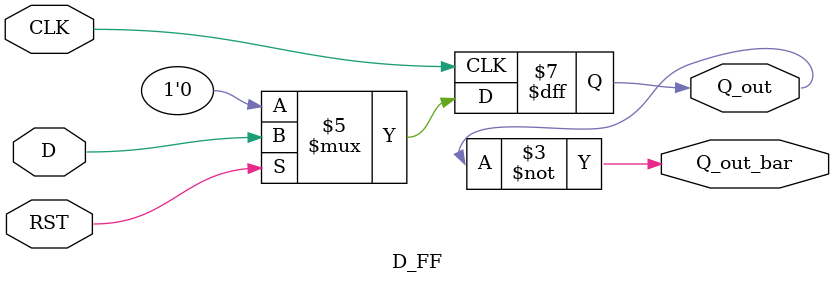
<source format=v>
module D_FF
   (input wire D,
    input wire RST,
    input wire CLK,
    output reg Q_out,
    output wire Q_out_bar
   );

    always @(posedge CLK) begin
        if(~RST)
            Q_out <= 1'b0;
        else 
            Q_out <= D;
    end
    
    assign Q_out_bar = ~Q_out;

endmodule
</source>
